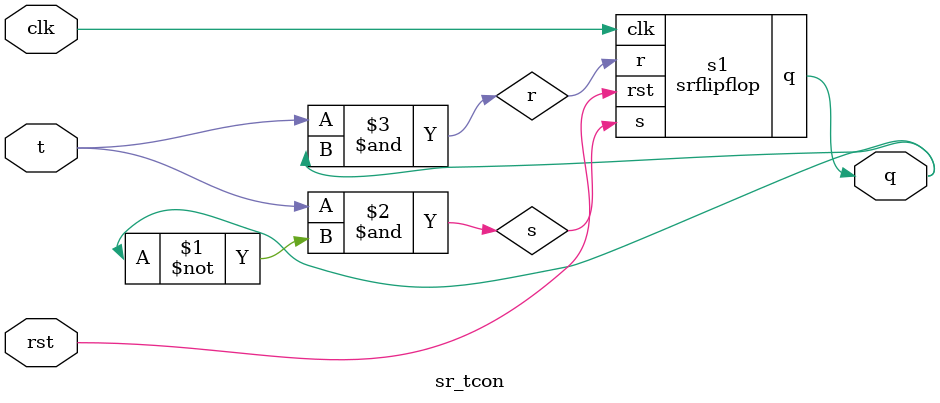
<source format=v>
module srflipflop(s,r,clk,rst,q);
input s,r,clk,rst;
output reg q;
wire qbar;
assign qbar=~q;
always@(posedge clk or posedge rst)
begin
	if(rst)
		q<=0;
else begin
	case({s,r})
		2'b00:q<=q;
		2'b01:q<=1'b0;
		2'b10:q<=1'b1;
		2'b11:q<=1'bx;
	endcase
end
end
endmodule

module sr_tcon(t,clk,rst,q);
input t,clk,rst;
output q;
wire s,r;
assign s=t&~q;
assign r=t&q;
srflipflop s1(.s(s),.r(r),.clk(clk),.rst(rst),.q(q));
endmodule

</source>
